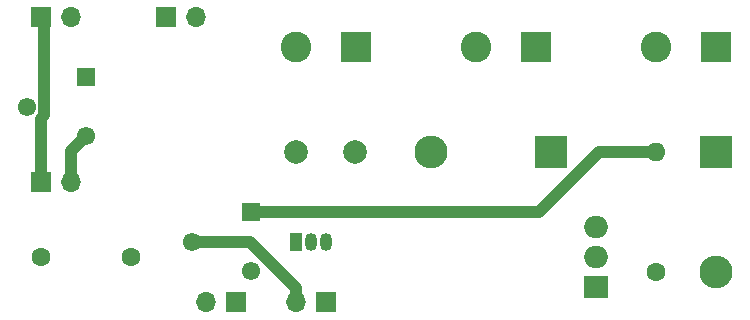
<source format=gbr>
%TF.GenerationSoftware,KiCad,Pcbnew,5.1.6*%
%TF.CreationDate,2020-11-07T14:35:20+00:00*%
%TF.ProjectId,SolarLights,536f6c61-724c-4696-9768-74732e6b6963,rev?*%
%TF.SameCoordinates,Original*%
%TF.FileFunction,Copper,L2,Bot*%
%TF.FilePolarity,Positive*%
%FSLAX46Y46*%
G04 Gerber Fmt 4.6, Leading zero omitted, Abs format (unit mm)*
G04 Created by KiCad (PCBNEW 5.1.6) date 2020-11-07 14:35:20*
%MOMM*%
%LPD*%
G01*
G04 APERTURE LIST*
%TA.AperFunction,ComponentPad*%
%ADD10O,2.000000X1.905000*%
%TD*%
%TA.AperFunction,ComponentPad*%
%ADD11R,2.000000X1.905000*%
%TD*%
%TA.AperFunction,ComponentPad*%
%ADD12O,1.700000X1.700000*%
%TD*%
%TA.AperFunction,ComponentPad*%
%ADD13R,1.700000X1.700000*%
%TD*%
%TA.AperFunction,ComponentPad*%
%ADD14C,1.550000*%
%TD*%
%TA.AperFunction,ComponentPad*%
%ADD15R,1.550000X1.550000*%
%TD*%
%TA.AperFunction,ComponentPad*%
%ADD16C,1.600000*%
%TD*%
%TA.AperFunction,ComponentPad*%
%ADD17O,1.600000X1.600000*%
%TD*%
%TA.AperFunction,ComponentPad*%
%ADD18R,1.050000X1.500000*%
%TD*%
%TA.AperFunction,ComponentPad*%
%ADD19O,1.050000X1.500000*%
%TD*%
%TA.AperFunction,ComponentPad*%
%ADD20C,2.600000*%
%TD*%
%TA.AperFunction,ComponentPad*%
%ADD21R,2.600000X2.600000*%
%TD*%
%TA.AperFunction,ComponentPad*%
%ADD22O,2.800000X2.800000*%
%TD*%
%TA.AperFunction,ComponentPad*%
%ADD23R,2.800000X2.800000*%
%TD*%
%TA.AperFunction,ComponentPad*%
%ADD24C,2.000000*%
%TD*%
%TA.AperFunction,Conductor*%
%ADD25C,1.000000*%
%TD*%
G04 APERTURE END LIST*
D10*
%TO.P,Q2,3*%
%TO.N,Net-(C1-Pad2)*%
X193040000Y-40640000D03*
%TO.P,Q2,2*%
%TO.N,Net-(J6-Pad2)*%
X193040000Y-43180000D03*
D11*
%TO.P,Q2,1*%
%TO.N,Net-(J8-Pad2)*%
X193040000Y-45720000D03*
%TD*%
D12*
%TO.P,PV-control,2*%
%TO.N,Net-(J8-Pad2)*%
X167640000Y-46990000D03*
D13*
%TO.P,PV-control,1*%
%TO.N,Net-(J8-Pad1)*%
X170180000Y-46990000D03*
%TD*%
D12*
%TO.P,F-Diode-Control,2*%
%TO.N,Net-(J7-Pad2)*%
X160020000Y-46990000D03*
D13*
%TO.P,F-Diode-Control,1*%
%TO.N,Net-(C1-Pad2)*%
X162560000Y-46990000D03*
%TD*%
D14*
%TO.P,RV2,2*%
%TO.N,Net-(J8-Pad2)*%
X158830000Y-41870000D03*
D15*
%TO.P,RV2,1*%
%TO.N,Net-(R1-Pad2)*%
X163830000Y-39370000D03*
D14*
%TO.P,RV2,3*%
%TO.N,Net-(C1-Pad2)*%
X163830000Y-44370000D03*
%TD*%
%TO.P,RV1,2*%
%TO.N,Net-(RV1-Pad2)*%
X144860000Y-30440000D03*
D15*
%TO.P,RV1,1*%
%TO.N,Net-(C1-Pad2)*%
X149860000Y-27940000D03*
D14*
%TO.P,RV1,3*%
%TO.N,Net-(J4-Pad2)*%
X149860000Y-32940000D03*
%TD*%
D16*
%TO.P,R2,2*%
%TO.N,Net-(J7-Pad2)*%
X146070000Y-43180000D03*
%TO.P,R2,1*%
%TO.N,Net-(J8-Pad2)*%
X153670000Y-43180000D03*
%TD*%
D17*
%TO.P,R1,2*%
%TO.N,Net-(R1-Pad2)*%
X198120000Y-34290000D03*
D16*
%TO.P,R1,1*%
%TO.N,Net-(D2-Pad2)*%
X198120000Y-44450000D03*
%TD*%
D18*
%TO.P,Q1,1*%
%TO.N,Net-(C1-Pad2)*%
X167640000Y-41910000D03*
D19*
%TO.P,Q1,3*%
%TO.N,Net-(J8-Pad1)*%
X170180000Y-41910000D03*
%TO.P,Q1,2*%
%TO.N,Net-(D1-Pad2)*%
X168910000Y-41910000D03*
%TD*%
D20*
%TO.P,- Led +,2*%
%TO.N,Net-(J6-Pad2)*%
X198120000Y-25400000D03*
D21*
%TO.P,- Led +,1*%
%TO.N,Net-(D1-Pad1)*%
X203200000Y-25400000D03*
%TD*%
D20*
%TO.P,-  Batt +,2*%
%TO.N,Net-(C1-Pad2)*%
X182880000Y-25400000D03*
D21*
%TO.P,-  Batt +,1*%
%TO.N,Net-(D1-Pad1)*%
X187960000Y-25400000D03*
%TD*%
D12*
%TO.P,Use DC>DC,2*%
%TO.N,Net-(J4-Pad2)*%
X148590000Y-36830000D03*
D13*
%TO.P,Use DC>DC,1*%
%TO.N,Net-(D1-Pad2)*%
X146050000Y-36830000D03*
%TD*%
D12*
%TO.P,-,2*%
%TO.N,Net-(C1-Pad2)*%
X159130000Y-22860000D03*
D13*
%TO.P,-,1*%
X156590000Y-22860000D03*
%TD*%
D12*
%TO.P,+,2*%
%TO.N,Net-(D1-Pad2)*%
X148590000Y-22860000D03*
D13*
%TO.P,+,1*%
X146050000Y-22860000D03*
%TD*%
D20*
%TO.P,Capacitor,2*%
%TO.N,Net-(C1-Pad1)*%
X167640000Y-25400000D03*
D21*
%TO.P,Capacitor,1*%
%TO.N,Net-(C1-Pad2)*%
X172720000Y-25400000D03*
%TD*%
D22*
%TO.P,Zener offset diode,2*%
%TO.N,Net-(D2-Pad2)*%
X203200000Y-44450000D03*
D23*
%TO.P,Zener offset diode,1*%
%TO.N,Net-(D1-Pad1)*%
X203200000Y-34290000D03*
%TD*%
D22*
%TO.P,Protection Diode,2*%
%TO.N,Net-(D1-Pad2)*%
X179070000Y-34290000D03*
D23*
%TO.P,Protection Diode,1*%
%TO.N,Net-(D1-Pad1)*%
X189230000Y-34290000D03*
%TD*%
D24*
%TO.P,+ Solar  -,2*%
%TO.N,Net-(C1-Pad2)*%
X172640000Y-34290000D03*
%TO.P,+ Solar  -,1*%
%TO.N,Net-(C1-Pad1)*%
X167640000Y-34290000D03*
%TD*%
D25*
%TO.N,Net-(D1-Pad2)*%
X146335001Y-31148001D02*
X146335001Y-23145001D01*
X146050000Y-31433002D02*
X146335001Y-31148001D01*
X146335001Y-23145001D02*
X146050000Y-22860000D01*
X146050000Y-36830000D02*
X146050000Y-31433002D01*
%TO.N,Net-(J4-Pad2)*%
X148590000Y-34210000D02*
X149860000Y-32940000D01*
X148590000Y-36830000D02*
X148590000Y-34210000D01*
%TO.N,Net-(R1-Pad2)*%
X193290002Y-34290000D02*
X198120000Y-34290000D01*
X188210002Y-39370000D02*
X193290002Y-34290000D01*
X163830000Y-39370000D02*
X188210002Y-39370000D01*
%TO.N,Net-(J8-Pad2)*%
X163722081Y-41870000D02*
X158830000Y-41870000D01*
X167640000Y-45787919D02*
X163722081Y-41870000D01*
X167640000Y-46990000D02*
X167640000Y-45787919D01*
%TD*%
M02*

</source>
